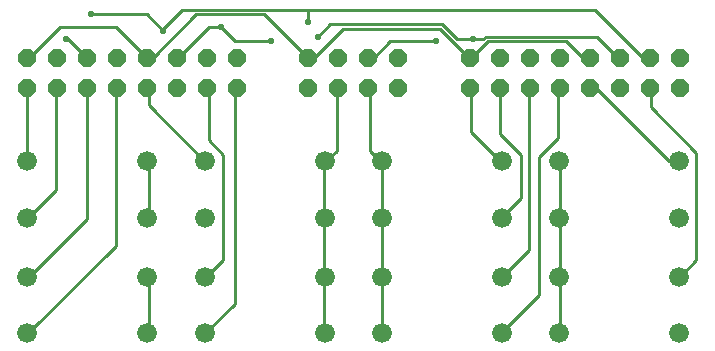
<source format=gbr>
G04 EAGLE Gerber RS-274X export*
G75*
%MOMM*%
%FSLAX34Y34*%
%LPD*%
%INTop Copper*%
%IPPOS*%
%AMOC8*
5,1,8,0,0,1.08239X$1,22.5*%
G01*
%ADD10C,1.676400*%
%ADD11P,1.649562X8X22.500000*%
%ADD12C,0.250000*%
%ADD13C,0.550000*%


D10*
X74200Y167500D03*
X175800Y167500D03*
X475800Y120000D03*
X374200Y120000D03*
X475800Y70000D03*
X374200Y70000D03*
X475800Y22500D03*
X374200Y22500D03*
X625800Y167500D03*
X524200Y167500D03*
X625800Y120000D03*
X524200Y120000D03*
X625800Y70000D03*
X524200Y70000D03*
X625800Y22500D03*
X524200Y22500D03*
X74200Y120000D03*
X175800Y120000D03*
X74200Y70000D03*
X175800Y70000D03*
X74200Y22500D03*
X175800Y22500D03*
X224200Y167500D03*
X325800Y167500D03*
X224200Y120000D03*
X325800Y120000D03*
X224200Y70000D03*
X325800Y70000D03*
X224200Y22500D03*
X325800Y22500D03*
X475800Y167500D03*
X374200Y167500D03*
D11*
X73600Y229800D03*
X73600Y255200D03*
X99000Y229800D03*
X99000Y255200D03*
X124400Y229800D03*
X124400Y255200D03*
X149800Y229800D03*
X149800Y255200D03*
X175200Y229800D03*
X175200Y255200D03*
X200600Y229800D03*
X200600Y255200D03*
X226000Y229800D03*
X226000Y255200D03*
X251400Y229800D03*
X251400Y255200D03*
X448600Y229800D03*
X448600Y255200D03*
X474000Y229800D03*
X474000Y255200D03*
X499400Y229800D03*
X499400Y255200D03*
X524800Y229800D03*
X524800Y255200D03*
X550200Y229800D03*
X550200Y255200D03*
X575600Y229800D03*
X575600Y255200D03*
X601000Y229800D03*
X601000Y255200D03*
X626400Y229800D03*
X626400Y255200D03*
X311900Y229800D03*
X311900Y255200D03*
X337300Y229800D03*
X337300Y255200D03*
X362700Y229800D03*
X362700Y255200D03*
X388100Y229800D03*
X388100Y255200D03*
D12*
X73500Y229250D02*
X73500Y168000D01*
X73500Y229250D02*
X73600Y229800D01*
X73500Y168000D02*
X74200Y167500D01*
X176750Y215250D02*
X176750Y229250D01*
X176750Y215250D02*
X224000Y168000D01*
X176750Y229250D02*
X175200Y229800D01*
X224000Y168000D02*
X224200Y167500D01*
X98000Y143500D02*
X98000Y229250D01*
X98000Y143500D02*
X75250Y120750D01*
X98000Y229250D02*
X99000Y229800D01*
X75250Y120750D02*
X74200Y120000D01*
X124250Y119000D02*
X124250Y229250D01*
X124250Y119000D02*
X75250Y70000D01*
X124250Y229250D02*
X124400Y229800D01*
X75250Y70000D02*
X74200Y70000D01*
X227500Y185500D02*
X227500Y229250D01*
X227500Y185500D02*
X239750Y173250D01*
X239750Y84000D01*
X225750Y70000D01*
X227500Y229250D02*
X226000Y229800D01*
X225750Y70000D02*
X224200Y70000D01*
X148750Y96250D02*
X148750Y229250D01*
X148750Y96250D02*
X75250Y22750D01*
X148750Y229250D02*
X149800Y229800D01*
X75250Y22750D02*
X74200Y22500D01*
X250250Y47250D02*
X250250Y229250D01*
X250250Y47250D02*
X225750Y22750D01*
X250250Y229250D02*
X251400Y229800D01*
X225750Y22750D02*
X224200Y22500D01*
X449750Y192500D02*
X449750Y229250D01*
X449750Y192500D02*
X474250Y168000D01*
X449750Y229250D02*
X448600Y229800D01*
X474250Y168000D02*
X475800Y167500D01*
X474250Y190750D02*
X474250Y229250D01*
X474250Y190750D02*
X491750Y173250D01*
X491750Y136500D01*
X476000Y120750D01*
X474250Y229250D02*
X474000Y229800D01*
X476000Y120750D02*
X475800Y120000D01*
X498750Y92750D02*
X498750Y229250D01*
X498750Y92750D02*
X476000Y70000D01*
X498750Y229250D02*
X499400Y229800D01*
X476000Y70000D02*
X475800Y70000D01*
X523250Y187250D02*
X523250Y229250D01*
X523250Y187250D02*
X507500Y171500D01*
X507500Y54250D01*
X476000Y22750D01*
X523250Y229250D02*
X524800Y229800D01*
X476000Y22750D02*
X475800Y22500D01*
X551250Y229250D02*
X556500Y229250D01*
X617750Y168000D01*
X624750Y168000D01*
X551250Y229250D02*
X550200Y229800D01*
X624750Y168000D02*
X625800Y167500D01*
X602000Y213500D02*
X602000Y229250D01*
X602000Y213500D02*
X640500Y175000D01*
X640500Y84000D01*
X626500Y70000D01*
X602000Y229250D02*
X601000Y229800D01*
X625800Y70000D02*
X626500Y70000D01*
X176750Y70000D02*
X176750Y22750D01*
X175800Y22500D01*
X175800Y70000D02*
X176750Y70000D01*
X176750Y120750D02*
X176750Y166250D01*
X175800Y167500D01*
X176750Y120750D02*
X175800Y120000D01*
X325500Y70000D02*
X325500Y22750D01*
X325800Y22500D01*
X336000Y176750D02*
X336000Y229250D01*
X336000Y176750D02*
X327250Y168000D01*
X336000Y229250D02*
X337300Y229800D01*
X327250Y168000D02*
X325800Y167500D01*
X325500Y166250D02*
X325500Y120750D01*
X325800Y120000D01*
X325500Y166250D02*
X325800Y167500D01*
X325500Y119000D02*
X325500Y70000D01*
X325800Y70000D01*
X325500Y119000D02*
X325800Y120000D01*
X374500Y70000D02*
X374500Y22750D01*
X374200Y22500D01*
X364000Y176750D02*
X364000Y229250D01*
X364000Y176750D02*
X372750Y168000D01*
X364000Y229250D02*
X362700Y229800D01*
X372750Y168000D02*
X374200Y167500D01*
X374500Y166250D02*
X374500Y120750D01*
X374200Y120000D01*
X374500Y166250D02*
X374200Y167500D01*
X374500Y119000D02*
X374500Y70000D01*
X374200Y70000D01*
X374500Y119000D02*
X374200Y120000D01*
X525000Y70000D02*
X525000Y22750D01*
X524200Y22500D01*
X525000Y120750D02*
X525000Y166250D01*
X525000Y120750D02*
X524200Y120000D01*
X525000Y166250D02*
X524200Y167500D01*
X525000Y119000D02*
X525000Y70000D01*
X524200Y70000D01*
X525000Y119000D02*
X524200Y120000D01*
X101500Y281750D02*
X75250Y255500D01*
X101500Y281750D02*
X148750Y281750D01*
X175000Y255500D01*
X75250Y255500D02*
X73600Y255200D01*
X175000Y255500D02*
X175200Y255200D01*
X313250Y255500D02*
X316750Y255500D01*
X341250Y280000D01*
X423500Y280000D01*
X448000Y255500D01*
X313250Y255500D02*
X311900Y255200D01*
X448000Y255500D02*
X448600Y255200D01*
X544250Y255500D02*
X549500Y255500D01*
X544250Y255500D02*
X530250Y269500D01*
X463750Y269500D01*
X449750Y255500D01*
X549500Y255500D02*
X550200Y255200D01*
X449750Y255500D02*
X448600Y255200D01*
X180250Y255500D02*
X176750Y255500D01*
X180250Y255500D02*
X217000Y292250D01*
X274750Y292250D01*
X311500Y255500D01*
X176750Y255500D02*
X175200Y255200D01*
X311500Y255500D02*
X311900Y255200D01*
X451500Y271250D02*
X460250Y271250D01*
X462000Y273000D01*
X556500Y273000D01*
X574000Y255500D01*
X575600Y255200D01*
X238000Y281750D02*
X227500Y281750D01*
X201250Y255500D01*
X200600Y255200D01*
X250250Y269500D02*
X280000Y269500D01*
X250250Y269500D02*
X238000Y281750D01*
X437500Y271250D02*
X451500Y271250D01*
X437500Y271250D02*
X425250Y283500D01*
X330750Y283500D01*
X320250Y273000D01*
D13*
X451500Y271250D03*
X238000Y281750D03*
X280000Y269500D03*
X320250Y273000D03*
D12*
X364000Y255500D02*
X367500Y255500D01*
X381500Y269500D01*
X420000Y269500D01*
X364000Y255500D02*
X362700Y255200D01*
X124250Y255500D02*
X108500Y271250D01*
X106750Y271250D01*
X127750Y292250D02*
X175000Y292250D01*
X189000Y278250D01*
X124400Y255200D02*
X124250Y255500D01*
X595000Y255500D02*
X600250Y255500D01*
X595000Y255500D02*
X554750Y295750D01*
X311500Y295750D02*
X204750Y295750D01*
X311500Y295750D02*
X554750Y295750D01*
X204750Y295750D02*
X189000Y280000D01*
X600250Y255500D02*
X601000Y255200D01*
X189000Y278250D02*
X189000Y280000D01*
X311500Y285250D02*
X311500Y295750D01*
D13*
X420000Y269500D03*
X106750Y271250D03*
X127750Y292250D03*
X189000Y278250D03*
X311500Y285250D03*
M02*

</source>
